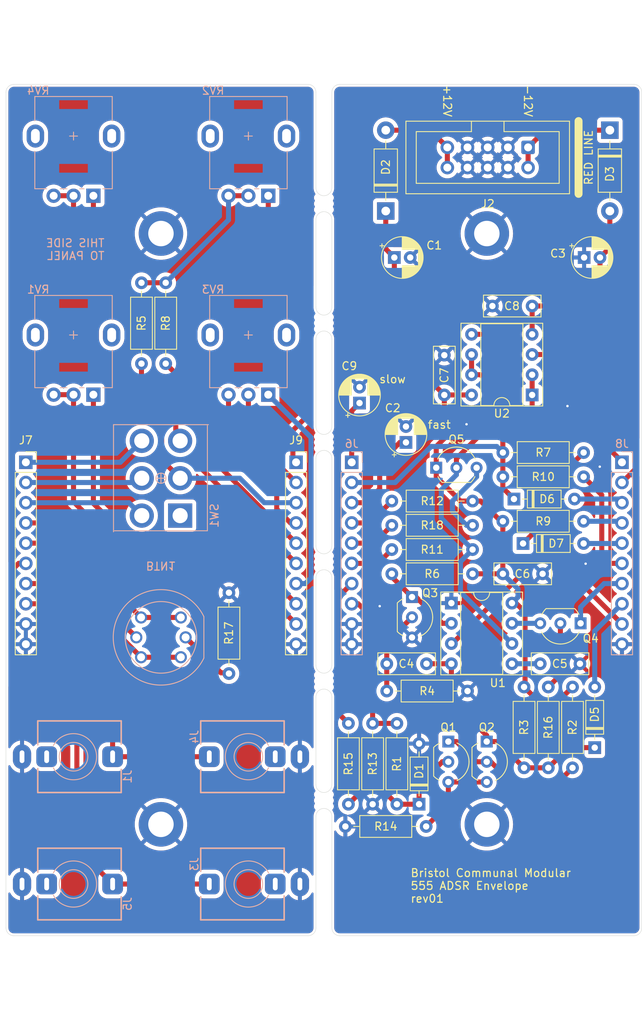
<source format=kicad_pcb>
(kicad_pcb (version 20240108) (generator "pcbnew") (generator_version "8.0")
  (title_block (title "555 ADSR Envelope") (date "2024-07-07") (rev "rev01") (company "Bristol Communal Modular") (comment 2 "creativecommons.org/licenses/by/4.0") (comment 3 "License: CC BY 4.0") (comment 4 "Author: Guy John"))
  (layers (0 "F.Cu" signal) (31 "B.Cu" signal) (36 "B.SilkS" user "B.Silkscreen") (37 "F.SilkS" user "F.Silkscreen") (38 "B.Mask" user) (39 "F.Mask" user) (44 "Edge.Cuts" user))
  (net 0 "")
  (net 1 "/TRIG_BUTTON_A_CTRL")
  (net 2 "/TRIG_BUTTON_B_MAIN")
  (net 3 "/LED_CTRL")
  (net 4 "Net-(BTN1-K)")
  (net 5 "VCC")
  (net 6 "GND")
  (net 7 "/SPEED_TOGGLE_FAST_CTRL")
  (net 8 "VEE")
  (net 9 "Net-(D5-K)")
  (net 10 "Net-(Q3-B)")
  (net 11 "Net-(U1-CV)")
  (net 12 "/SPEED_TOGGLE_SLOW_CTRL")
  (net 13 "Net-(D1-K)")
  (net 14 "Net-(D2-A)")
  (net 15 "Net-(D3-K)")
  (net 16 "/RELEASE_CCW_MAIN")
  (net 17 "/SPEED_TOGGLE_COMMON_MAIN")
  (net 18 "/ATTACK_CW_MAIN")
  (net 19 "Net-(D7-K)")
  (net 20 "/DECAY_CCW_MAIN")
  (net 21 "/TRIG_IN_CTRL")
  (net 22 "/ENV_OUT_CTRL")
  (net 23 "Net-(R5-Pad1)")
  (net 25 "/LED_MAIN")
  (net 26 "/TRIG_IN_MAIN")
  (net 27 "/TRIG_BUTTON_A_MAIN")
  (net 28 "/ENV_OUT_MAIN")
  (net 29 "/SPEED_TOGGLE_FAST_MAIN")
  (net 30 "/SPEED_TOGGLE_SLOW_MAIN")
  (net 31 "/TRIG_BUTTON_B_CTRL")
  (net 32 "/SPEED_TOGGLE_COMMON_CTRL")
  (net 33 "/ATTACK_CCW_MAIN")
  (net 34 "/DECAY_CW_MAIN")
  (net 35 "/SUSTAIN_CCW_MAIN")
  (net 36 "/SUSTAIN_TAP_MAIN")
  (net 37 "/SUSTAIN_CW_MAIN")
  (net 38 "/RELEASE_CW_MAIN")
  (net 39 "/ATTACK_CCW_CTRL")
  (net 40 "/ATTACK_CW_CTRL")
  (net 41 "/DECAY_CCW_CTRL")
  (net 42 "/DECAY_CW_CTRL")
  (net 43 "/SUSTAIN_CCW_CTRL")
  (net 44 "/SUSTAIN_TAP_CTRL")
  (net 45 "/SUSTAIN_CW_CTRL")
  (net 46 "/RELEASE_CCW_CTRL")
  (net 47 "/RELEASE_CW_CTRL")
  (net 48 "Net-(Q1-C)")
  (net 49 "Net-(Q1-E)")
  (net 50 "Net-(Q3-C)")
  (net 51 "Net-(Q4-G)")
  (net 52 "Net-(Q4-S)")
  (net 53 "Net-(Q5-B)")
  (net 54 "Net-(Q5-E)")
  (net 56 "Net-(SW1A-C)")
  (footprint "Diode_THT:D_DO-35_SOD27_P7.62mm_Horizontal" (layer "F.Cu") (at 130.556 108.204)
    (property "Reference" "D7")
    (property "Value" "1N4148")
  )
  (footprint "Capacitor_THT:C_Rect_L7.0mm_W2.5mm_P5.00mm" (layer "F.Cu") (at 131.699 78.359 180)
    (property "Reference" "C8")
    (property "Value" "100nF")
  )
  (footprint "Capacitor_THT:CP_Radial_D5.0mm_P2.00mm" (layer "F.Cu") (at 114.360888 72.263)
    (property "Reference" "C1")
    (property "Value" "10uF")
  )
  (footprint "Connector_PinSocket_2.54mm:PinSocket_1x10_P2.54mm_Vertical" (layer "F.Cu") (at 68 98)
    (property "Reference" "J7")
    (property "Value" "Conn_01x10_Socket" (hide yes))
  )
  (footprint "Rumblesan_Panelization:mouse-bite-2mm-slot" (layer "F.Cu") (at 105.5 140.5 90)
    (property "Reference" "mouse-bite-2mm-slot" (hide yes))
    (property "Value" "VAL**" (hide yes))
    (fp_arc (start -2 -1) (mid -1 0) (end -2 1) (stroke (width 0.05)) (layer "Edge.Cuts"))
    (fp_arc (start 2 1) (mid 1 0) (end 2 -1) (stroke (width 0.05)) (layer "Edge.Cuts"))
  )
  (footprint "Diode_THT:D_DO-41_SOD81_P10.16mm_Horizontal" (layer "F.Cu") (at 113.284 66.421 90)
    (property "Reference" "D2")
    (property "Value" "1N5818")
  )
  (footprint "MountingHole:MountingHole_3.2mm_M3_DIN965_Pad" (layer "F.Cu") (at 126 143.5)
    (property "Reference" "H3" (hide yes))
    (property "Value" "MountingHole_Pad" (hide yes))
  )
  (footprint "Capacitor_THT:CP_Radial_D5.0mm_P2.00mm" (layer "F.Cu") (at 138.236888 72.263)
    (property "Reference" "C3")
    (property "Value" "10uF")
  )
  (footprint "Resistor_THT:R_Axial_DIN0207_L6.3mm_D2.5mm_P10.16mm_Horizontal" (layer "F.Cu") (at 82.55 75.438 -90)
    (property "Reference" "R5")
    (property "Value" "680r")
  )
  (footprint "Connector_PinSocket_2.54mm:PinSocket_1x10_P2.54mm_Vertical" (layer "F.Cu") (at 102 98)
    (property "Reference" "J9")
    (property "Value" "Conn_01x10_Socket" (hide yes))
  )
  (footprint "Rumblesan_Panelization:mouse-bite-2mm-slot" (layer "F.Cu") (at 105.5 110.5 90)
    (property "Reference" "mouse-bite-2mm-slot" (hide yes))
    (property "Value" "VAL**" (hide yes))
    (fp_arc (start -2 -1) (mid -1 0) (end -2 1) (stroke (width 0.05)) (layer "Edge.Cuts"))
    (fp_arc (start 2 1) (mid 1 0) (end 2 -1) (stroke (width 0.05)) (layer "Edge.Cuts"))
  )
  (footprint "Capacitor_THT:C_Rect_L7.0mm_W2.5mm_P5.00mm" (layer "F.Cu") (at 120.65 84.535 -90)
    (property "Reference" "C7")
    (property "Value" "100nF")
  )
  (footprint "MountingHole:MountingHole_3.2mm_M3_DIN965_Pad" (layer "F.Cu") (at 126 69.25)
    (property "Reference" "H2" (hide yes))
    (property "Value" "MountingHole_Pad" (hide yes))
  )
  (footprint "Diode_THT:D_DO-35_SOD27_P7.62mm_Horizontal" (layer "F.Cu") (at 117.475 140.97 90)
    (property "Reference" "D1")
    (property "Value" "1N4148")
  )
  (footprint "Package_DIP:DIP-8_W7.62mm_Socket" (layer "F.Cu") (at 121.539 115.697)
    (property "Reference" "U1")
    (property "Value" "ICM7555xP")
  )
  (footprint "MountingHole:MountingHole_3.2mm_M3_DIN965_Pad" (layer "F.Cu") (at 85 69.25)
    (property "Reference" "H1" (hide yes))
    (property "Value" "MountingHole_Pad" (hide yes))
  )
  (footprint "Resistor_THT:R_Axial_DIN0207_L6.3mm_D2.5mm_P10.16mm_Horizontal" (layer "F.Cu") (at 124.206 108.966 180)
    (property "Reference" "R11")
    (property "Value" "1k")
  )
  (footprint "Rumblesan_Eurorack_Power:Eurorack_PowerHeader_2x05_P2.54mm_Shrouded" (layer "F.Cu") (at 131.191 58.42 -90)
    (property "Reference" "J2")
    (property "Value" "Eurorack Power Small")
  )
  (footprint "Package_TO_SOT_THT:TO-92_Inline_Wide" (layer "F.Cu") (at 137.795 118.237 180)
    (property "Reference" "Q4")
    (property "Value" "BS170")
  )
  (footprint "Capacitor_THT:C_Rect_L7.0mm_W2.5mm_P5.00mm" (layer "F.Cu") (at 118.411 123.317 180)
    (property "Reference" "C4")
    (property "Value" "10nF")
  )
  (footprint "Package_DIP:DIP-8_W7.62mm_Socket" (layer "F.Cu") (at 131.699 89.535 180)
    (property "Reference" "U2")
    (property "Value" "LM358")
  )
  (footprint "Resistor_THT:R_Axial_DIN0207_L6.3mm_D2.5mm_P10.16mm_Horizontal" (layer "F.Cu") (at 136.779 136.398 90)
    (property "Reference" "R2")
    (property "Value" "22k")
  )
  (footprint "Package_TO_SOT_THT:TO-92_Inline_Wide" (layer "F.Cu") (at 121.158 133.096 -90)
    (property "Reference" "Q1")
    (property "Value" "BC547")
  )
  (footprint "Resistor_THT:R_Axial_DIN0207_L6.3mm_D2.5mm_P10.16mm_Horizontal" (layer "F.Cu") (at 108.585 140.97 90)
    (property "Reference" "R15")
    (property "Value" "47k")
  )
  (footprint "Diode_THT:D_DO-35_SOD27_P7.62mm_Horizontal" (layer "F.Cu") (at 139.573 133.858 90)
    (property "Reference" "D5")
    (property "Value" "BAT41")
  )
  (footprint "Resistor_THT:R_Axial_DIN0207_L6.3mm_D2.5mm_P10.16mm_Horizontal" (layer "F.Cu") (at 114.046 112.014)
    (property "Reference" "R6")
    (property "Value" "22k")
  )
  (footprint "Resistor_THT:R_Axial_DIN0207_L6.3mm_D2.5mm_P10.16mm_Horizontal" (layer "F.Cu") (at 118.364 143.764 180)
    (property "Reference" "R14")
    (property "Value" "10r")
  )
  (footprint "Diode_THT:D_DO-35_SOD27_P7.62mm_Horizontal" (layer "F.Cu") (at 129.413 102.616)
    (property "Reference" "D6")
    (property "Value" "1N4148")
  )
  (footprint "Resistor_THT:R_Axial_DIN0207_L6.3mm_D2.5mm_P10.16mm_Horizontal" (layer "F.Cu") (at 114.046 102.87)
    (property "Reference" "R12")
    (property "Value" "10k")
  )
  (footprint "Capacitor_THT:C_Rect_L7.0mm_W2.5mm_P5.00mm" (layer "F.Cu") (at 137.715 123.317 180)
    (property "Reference" "C5")
    (property "Value" "10nF")
  )
  (footprint "Rumblesan_Panelization:mouse-bite-2mm-slot" (layer "F.Cu") (at 105.5 95.5 90)
    (property "Reference" "mouse-bite-2mm-slot" (hide yes))
    (property "Value" "VAL**" (hide yes))
    (fp_arc (start -2 -1) (mid -1 0) (end -2 1) (stroke (width 0.05)) (layer "Edge.Cuts"))
    (fp_arc (start 2 1) (mid 1 0) (end 2 -1) (stroke (width 0.05)) (layer "Edge.Cuts"))
  )
  (footprint "Diode_THT:D_DO-41_SOD81_P10.16mm_Horizontal" (layer "F.Cu") (at 141.478 56.261 -90)
    (property "Reference" "D3")
    (property "Value" "1N5818")
  )
  (footprint "Resistor_THT:R_Axial_DIN0207_L6.3mm_D2.5mm_P10.16mm_Horizontal" (layer "F.Cu") (at 111.633 140.97 90)
    (property "Reference" "R13")
    (property "Value" "1M")
  )
  (footprint "Resistor_THT:R_Axial_DIN0207_L6.3mm_D2.5mm_P10.16mm_Horizontal" (layer "F.Cu") (at 85.598 75.438 -90)
    (property "Reference" "R8")
    (property "Value" "120r")
  )
  (footprint "Package_TO_SOT_THT:TO-92_Inline_Wide" (layer "F.Cu") (at 125.984 133.096 -90)
    (property "Reference" "Q2")
    (property "Value" "BC547")
  )
  (footprint "Rumblesan_Panelization:mouse-bite-2mm-slot" (layer "F.Cu") (at 105.5 125.5 90)
    (property "Reference" "mouse-bite-2mm-slot" (hide yes))
    (property "Value" "VAL**" (hide yes))
    (fp_arc (start -2 -1) (mid -1 0) (end -2 1) (stroke (width 0.05)) (layer "Edge.Cuts"))
    (fp_arc (start 2 1) (mid 1 0) (end 2 -1) (stroke (width 0.05)) (layer "Edge.Cuts"))
  )
  (footprint "Resistor_THT:R_Axial_DIN0207_L6.3mm_D2.5mm_P10.16mm_Horizontal" (layer "F.Cu") (at 138.176 99.822 180)
    (property "Reference" "R10")
    (property "Value" "100r")
  )
  (footprint "Package_TO_SOT_THT:TO-92_Inline_Wide" (layer "F.Cu") (at 119.634 98.679)
    (property "Reference" "Q5")
    (property "Value" "BC547")
  )
  (footprint "Resistor_THT:R_Axial_DIN0207_L6.3mm_D2.5mm_P10.16mm_Horizontal" (layer "F.Cu") (at 114.681 130.81 -90)
    (property "Reference" "R1")
    (property "Value" "100k")
  )
  (footprint "Rumblesan_Panelization:mouse-bite-2mm-slot" (layer "F.Cu") (at 105.5 80.5 90)
    (property "Reference" "mouse-bite-2mm-slot" (hide yes))
    (property "Value" "VAL**" (hide yes))
    (fp_arc (start -2 -1) (mid -1 0) (end -2 1) (stroke (width 0.05)) (layer "Edge.Cuts"))
    (fp_arc (start 2 1) (mid 1 0) (end 2 -1) (stroke (width 0.05)) (layer "Edge.Cuts"))
  )
  (footprint "Resistor_THT:R_Axial_DIN0207_L6.3mm_D2.5mm_P10.16mm_Horizontal" (layer "F.Cu") (at 93.55 114.39 -90)
    (property "Reference" "R17")
    (property "Value" "47k")
  )
  (footprint "Rumblesan_Panelization:mouse-bite-2mm-slot" (layer "F.Cu") (at 105.5 65.5 90)
    (property "Reference" "mouse-bite-2mm-slot" (hide yes))
    (property "Value" "VAL**" (hide yes))
    (fp_arc (start -2 -1) (mid -1 0) (end -2 1) (stroke (width 0.05)) (layer "Edge.Cuts"))
    (fp_arc (start 2 1) (mid 1 0) (end 2 -1) (stroke (width 0.05)) (layer "Edge.Cuts"))
  )
  (footprint "Resistor_THT:R_Axial_DIN0207_L6.3mm_D2.5mm_P10.16mm_Horizontal" (layer "F.Cu") (at 123.571 126.746 180)
    (property "Reference" "R4")
    (property "Value" "22k")
  )
  (footprint "Package_TO_SOT_THT:TO-92_Inline_Wide" (layer "F.Cu") (at 116.586 114.935 -90)
    (property "Reference" "Q3")
    (property "Value" "BC547")
  )
  (footprint "Resistor_THT:R_Axial_DIN0207_L6.3mm_D2.5mm_P10.16mm_Horizontal" (layer "F.Cu") (at 133.731 126.238 -90)
    (property "Reference" "R16")
    (property "Value" "1M")
  )
  (footprint "MountingHole:MountingHole_3.2mm_M3_DIN965_Pad" (layer "F.Cu") (at 85 143.5)
    (property "Reference" "H4" (hide yes))
    (property "Value" "MountingHole_Pad" (hide yes))
  )
  (footprint "Capacitor_THT:CP_Radial_D5.0mm_P2.00mm" (layer "F.Cu") (at 109.982 90.551 90)
    (property "Reference" "C9")
    (property "Value" "10uF")
  )
  (footprint "Capacitor_THT:CP_Radial_D5.0mm_P2.00mm" (layer "F.Cu") (at 115.824 95.504 90)
    (property "Reference" "C2")
    (property "Value" "1uF")
  )
  (footprint "Resistor_THT:R_Axial_DIN0207_L6.3mm_D2.5mm_P10.16mm_Horizontal" (layer "F.Cu") (at 114.046 105.918)
    (property "Reference" "R18")
    (property "Value" "2k2")
  )
  (footprint "Capacitor_THT:C_Rect_L7.0mm_W2.5mm_P5.00mm" (layer "F.Cu") (at 133.016 112.014 180)
    (property "Reference" "C6")
    (property "Value" "100nF")
  )
  (footprint "Resistor_THT:R_Axial_DIN0207_L6.3mm_D2.5mm_P10.16mm_Horizontal" (layer "F.Cu") (at 128.016 96.774)
    (property "Reference" "R7")
    (property "Value" "100r")
  )
  (footprint "Resistor_THT:R_Axial_DIN0207_L6.3mm_D2.5mm_P10.16mm_Horizontal" (layer "F.Cu") (at 130.683 136.398 90)
    (property "Reference" "R3")
    (property "Value" "22k")
  )
  (footprint "Resistor_THT:R_Axial_DIN0207_L6.3mm_D2.5mm_P10.16mm_Horizontal" (layer "F.Cu") (at 138.176 105.41 180)
    (property "Reference" "R9")
    (property "Value" "4k7")
  )
  (footprint "Rumblesan_Audio_Connectors:Jack_3.5mm_QingPu_WQP-PJ398SM_Vertical" (layer "B.Cu") (at 96 151 -90)
    (property "Reference" "J3")
    (property "Value" "Eurorack Mono Jack" (hide yes))
  )
  (footprint "555-adsr:SW_DPDT_DailyWell_MiniToggle" (layer "B.Cu") (at 85 100 90)
    (property "Reference" "SW1")
    (property "Value" "SW_DPDT_x2")
  )
  (footprint "Rumblesan_Potentiometer_THT:Potentiometer_Alpha_RD901F-40-00D_Single_Vertical" (layer "B.Cu") (at 96 82 180)
    (property "Reference" "RV3")
    (property "Value" "10k" (hide yes))
  )
  (footprint "Rumblesan_Audio_Connectors:Jack_3.5mm_QingPu_WQP-PJ398SM_Vertical" (layer "B.Cu") (at 74 151 90)
    (property "Reference" "J5")
    (property "Value" "Eurorack Mono Jack" (hide yes))
  )
  (footprint "Connector_PinHeader_2.54mm:PinHeader_1x10_P2.54mm_Vertical" (layer "B.Cu") (at 109 98 180)
    (property "Reference" "J6")
    (property "Value" "Conn_01x10_Pin" (hide yes))
  )
  (footprint "Rumblesan_Standard_Parts:KS01-BLV" (layer "B.Cu") (at 85 120)
    (property "Reference" "BTN1")
    (property "Value" "KS01-BLV")
  )
  (footprint "Rumblesan_Potentiometer_THT:Potentiometer_Alpha_RD901F-40-00D_Single_Vertical" (layer "B.Cu") (at 74 57 180)
    (property "Reference" "RV4")
    (property "Value" "1MA" (hide yes))
  )
  (footprint "Rumblesan_Potentiometer_THT:Potentiometer_Alpha_RD901F-40-00D_Single_Vertical" (layer "B.Cu") (at 96 57 180)
    (property "Reference" "RV2")
    (property "Value" "1MA" (hide yes))
  )
  (footprint "Rumblesan_Potentiometer_THT:Potentiometer_Alpha_RD901F-40-00D_Single_Vertical" (layer "B.Cu") (at 74 82 180)
    (property "Reference" "RV1")
    (property "Value" "1MA" (hide yes))
  )
  (footprint "Connector_PinHeader_2.54mm:PinHeader_1x10_P2.54mm_Vertical" (layer "B.Cu") (at 143 98 180)
    (property "Reference" "J8")
    (property "Value" "Conn_01x10_Pin" (hide yes))
  )
  (footprint "Rumblesan_Audio_Connectors:Jack_3.5mm_QingPu_WQP-PJ398SM_Vertical" (layer "B.Cu") (at 96 135 -90)
    (property "Reference" "J4")
    (property "Value" "Eurorack Mono Jack" (hide yes))
  )
  (footprint "Rumblesan_Audio_Connectors:Jack_3.5mm_QingPu_WQP-PJ398SM_Vertical" (layer "B.Cu") (at 74 135 90)
    (property "Reference" "J1")
    (property "Value" "Eurorack Mono Jack" (hide yes))
  )
  (gr_line (start 106.5 123.5) (end 106.5 112.5) (stroke (width 0.05)) (layer "Edge.Cuts"))
  (gr_line (start 106.5 51.5) (end 106.5 63.5) (stroke (width 0.05)) (layer "Edge.Cuts"))
  (gr_arc (start 65.5 51.5) (mid 65.792893 50.792893) (end 66.5 50.5) (stroke (width 0.05)) (layer "Edge.Cuts"))
  (gr_line (start 145.5 156.5) (end 145.5 51.5) (stroke (width 0.05)) (layer "Edge.Cuts"))
  (gr_line (start 106.5 142.5) (end 106.5 156.5) (stroke (width 0.05)) (layer "Edge.Cuts"))
  (gr_arc (start 103.5 50.5) (mid 104.207107 50.792893) (end 104.5 51.5) (stroke (width 0.05)) (layer "Edge.Cuts"))
  (gr_line (start 106.5 82.5) (end 106.5 93.5) (stroke (width 0.05)) (layer "Edge.Cuts"))
  (gr_arc (start 106.5 51.5) (mid 106.792893 50.792893) (end 107.5 50.5) (stroke (width 0.05)) (layer "Edge.Cuts"))
  (gr_line (start 144.5 50.5) (end 107.5 50.5) (stroke (width 0.05)) (layer "Edge.Cuts"))
  (gr_line (start 104.5 51.5) (end 104.5 63.5) (stroke (width 0.05)) (layer "Edge.Cuts"))
  (gr_line (start 104.5 67.5) (end 104.5 78.5) (stroke (width 0.05)) (layer "Edge.Cuts"))
  (gr_line (start 106.5 127.5) (end 106.5 138.5) (stroke (width 0.05)) (layer "Edge.Cuts"))
  (gr_line (start 104.5 142.5) (end 104.5 156.5) (stroke (width 0.05)) (layer "Edge.Cuts"))
  (gr_line (start 104.5 127.5) (end 104.5 138.5) (stroke (width 0.05)) (layer "Edge.Cuts"))
  (gr_line (start 104.5 112.5) (end 104.5 123.5) (stroke (width 0.05)) (layer "Edge.Cuts"))
  (gr_line (start 104.5 97.5) (end 104.5 108.5) (stroke (width 0.05)) (layer "Edge.Cuts"))
  (gr_line (start 107.5 157.5) (end 144.5 157.5) (stroke (width 0.05)) (layer "Edge.Cuts"))
  (gr_line (start 103.5 50.5) (end 66.5 50.5) (stroke (width 0.05)) (layer "Edge.Cuts"))
  (gr_line (start 66.5 157.5) (end 103.5 157.5) (stroke (width 0.05)) (layer "Edge.Cuts"))
  (gr_arc (start 144.5 50.5) (mid 145.207107 50.792893) (end 145.5 51.5) (stroke (width 0.05)) (layer "Edge.Cuts"))
  (gr_arc (start 104.5 156.5) (mid 104.207107 157.207107) (end 103.5 157.5) (stroke (width 0.05)) (layer "Edge.Cuts"))
  (gr_line (start 106.5 97.5) (end 106.5 108.5) (stroke (width 0.05)) (layer "Edge.Cuts"))
  (gr_line (start 106.5 67.5) (end 106.5 78.5) (stroke (width 0.05)) (layer "Edge.Cuts"))
  (gr_line (start 104.5 82.5) (end 104.5 93.5) (stroke (width 0.05)) (layer "Edge.Cuts"))
  (gr_arc (start 145.5 156.5) (mid 145.207107 157.207107) (end 144.5 157.5) (stroke (width 0.05)) (layer "Edge.Cuts"))
  (gr_arc (start 66.5 157.5) (mid 65.792893 157.207107) (end 65.5 156.5) (stroke (width 0.05)) (layer "Edge.Cuts"))
  (gr_arc (start 107.5 157.5) (mid 106.792893 157.207107) (end 106.5 156.5) (stroke (width 0.05)) (layer "Edge.Cuts"))
  (gr_line (start 65.5 51.5) (end 65.5 156.5) (stroke (width 0.05)) (layer "Edge.Cuts"))
  (gr_text "THIS SIDE\nTO PANEL" (at 77.978 72.644 0) (layer "B.SilkS") (effects (font (size 1 1)) (justify left bottom mirror)))
  (gr_text "Bristol Communal Modular\n555 ADSR Envelope\nrev01" (at 116.332 153.416 0) (layer "F.SilkS") (effects (font (size 1 1)) (justify left bottom)))
  (gr_text "slow" (at 112.395 88.138 0) (layer "F.SilkS") (effects (font (size 1 1)) (justify left bottom)))
  (gr_text "fast" (at 118.491 93.853 0) (layer "F.SilkS") (effects (font (size 1 1)) (justify left bottom)))
  (segment (start 68 105.62) (end 70.62 105.62) (width 0.635) (layer "F.Cu") (net 1))
  (segment (start 82.5 117.5) (end 87.5 117.5) (width 0.635) (layer "F.Cu") (net 1))
  (segment (start 70.62 105.62) (end 82.5 117.5) (width 0.635) (layer "F.Cu") (net 1))
  (segment (start 107.315 114.925) (end 107.315 129.54) (width 0.635) (layer "F.Cu") (net 2))
  (segment (start 107.315 129.54) (end 108.585 130.81) (width 0.635) (layer "F.Cu") (net 2))
  (segment (start 109 113.24) (end 107.315 114.925) (width 0.635) (layer "F.Cu") (net 2))
  (segment (start 70.06 108.16) (end 81.9 120) (width 0.635) (layer "F.Cu") (net 3))
  (segment (start 68 108.16) (end 70.06 108.16) (width 0.635) (layer "F.Cu") (net 3))
  (segment (start 88.1 120) (end 92.56 124.46) (width 0.635) (layer "F.Cu") (net 4))
  (segment (start 92.56 124.46) (end 93.599 124.46) (width 0.635) (layer "F.Cu") (net 4))
  (segment (start 119.634 99.822) (end 119.634 98.679) (width 0.635) (layer "F.Cu") (net 5))
  (segment (start 125.222 102.87) (end 127.762 105.41) (width 0.635) (layer "F.Cu") (net 5))
  (segment (start 128.016 112.014) (end 124.206 112.014) (width 0.635) (layer "F.Cu") (net 5))
  (segment (start 129.159 115.697) (end 129.667 115.697) (width 0.635) (layer "F.Cu") (net 5))
  (segment (start 113.284 71.186112) (end 114.360888 72.263) (width 0.635) (layer "F.Cu") (net 5))
  (segment (start 128.016 105.41) (end 128.016 112.014) (width 0.635) (layer "F.Cu") (net 5))
  (segment (start 120.65 89.535) (end 124.079 89.535) (width 0.635) (layer "F.Cu") (net 5))
  (segment (start 113.284 66.421) (end 113.284 71.186112) (width 0.635) (layer "F.Cu") (net 5))
  (segment (start 119.634 96.012) (end 119.634 98.679) (width 0.635) (layer "F.Cu") (net 5))
  (segment (start 122.682 102.87) (end 119.634 99.822) (width 0.635) (layer "F.Cu") (net 5))
  (segment (start 120.65 94.996) (end 119.634 96.012) (width 0.635) (layer "F.Cu") (net 5))
  (segment (start 114.360888 72.263) (end 114.360888 83.245888) (width 0.635) (layer "F.Cu") (net 5))
  (segment (start 130.683 126.238) (end 132.969 128.524) (width 0.635) (layer "F.Cu") (net 5))
  (segment (start 129.667 115.697) (end 130.81 116.84) (width 0.635) (layer "F.Cu") (net 5))
  (segment (start 132.969 128.524) (end 134.493 128.524) (width 0.635) (layer "F.Cu") (net 5))
  (segment (start 114.360888 83.245888) (end 120.65 89.535) (width 0.635) (layer "F.Cu") (net 5))
  (segment (start 134.493 128.524) (end 136.779 126.238) (width 0.635) (layer "F.Cu") (net 5))
  (segment (start 130.81 116.84) (end 130.81 126.111) (width 0.635) (layer "F.Cu") (net 5))
  (segment (start 124.206 102.87) (end 125.222 102.87) (width 0.635) (layer "F.Cu") (net 5))
  (segment (start 130.81 126.111) (end 130.683 126.238) (width 0.635) (layer "F.Cu") (net 5))
  (segment (start 120.65 89.535) (end 120.65 94.996) (width 0.635) (layer "F.Cu") (net 5))
  (segment (start 124.206 102.87) (end 122.682 102.87) (width 0.635) (layer "F.Cu") (net 5))
  (segment (start 127.762 105.41) (end 128.016 105.41) (width 0.635) (layer "F.Cu") (net 5))
  (segment (start 128.016 112.014) (end 129.921 113.919) (width 0.635) (layer "B.Cu") (net 5))
  (segment (start 129.921 113.919) (end 129.921 114.935) (width 0.635) (layer "B.Cu") (net 5))
  (segment (start 129.921 114.935) (end 129.159 115.697) (width 0.635) (layer "B.Cu") (net 5))
  (via (at 112.522 116.078) (size 0.762) (drill 0.3048) (layers "F.Cu" "B.Cu") (net 6))
  (via (at 136.144 90.932) (size 0.762) (drill 0.3048) (layers "F.Cu" "B.Cu") (net 6))
  (via (at 138.43 110.744) (size 0.762) (drill 0.3048) (layers "F.Cu" "B.Cu") (net 6))
  (via (at 123.444 93.218) (size 0.762) (drill 0.3048) (layers "F.Cu" "B.Cu") (net 6))
  (via (at 140.208 98.552) (size 0.762) (drill 0.3048) (layers "F.Cu" "B.Cu") (net 6))
  (segment (start 80.968 103.08) (end 82.587 104.699) (width 0.635) (layer "B.Cu") (net 7))
  (segment (start 68 103.08) (end 80.968 103.08) (width 0.635) (layer "B.Cu") (net 7))
  (segment (start 131.699 78.359) (end 131.699 81.915) (width 0.635) (layer "F.Cu") (net 8))
  (segment (start 140.236888 72.263) (end 140.236888 73.39437) (width 0.635) (layer "F.Cu") (net 8))
  (segment (start 141.478 71.021888) (end 140.236888 72.263) (width 0.635) (layer "F.Cu") (net 8))
  (segment (start 141.478 66.421) (end 141.478 71.021888) (width 0.635) (layer "F.Cu") (net 8))
  (segment (start 135.272258 78.359) (end 131.699 78.359) (width 0.635) (layer "F.Cu") (net 8))
  (segment (start 140.236888 73.39437) (end 135.272258 78.359) (width 0.635) (layer "F.Cu") (net 8))
  (segment (start 125.984 133.096) (end 127.381 133.096) (width 0.635) (layer "F.Cu") (net 9))
  (segment (start 133.731 136.398) (end 136.271 133.858) (width 0.635) (layer "F.Cu") (net 9))
  (segment (start 127.381 133.096) (end 130.683 136.398) (width 0.635) (layer "F.Cu") (net 9))
  (segment (start 121.539 127.889) (end 125.984 132.334) (width 0.635) (layer "F.Cu") (net 9))
  (segment (start 121.539 123.317) (end 121.539 127.889) (width 0.635) (layer "F.Cu") (net 9))
  (segment (start 130.683 136.398) (end 133.731 136.398) (width 0.635) (layer "F.Cu") (net 9))
  (segment (start 121.539 123.317) (end 118.411 123.317) (width 0.635) (layer "F.Cu") (net 9))
  (segment (start 136.271 133.858) (end 139.573 133.858) (width 0.635) (layer "F.Cu") (net 9))
  (segment (start 125.984 132.334) (end 125.984 133.096) (width 0.635) (layer "F.Cu") (net 9))
  (segment (start 113.411 120.65) (end 116.586 117.475) (width 0.635) (layer "F.Cu") (net 10))
  (segment (start 113.411 123.317) (end 113.411 120.65) (width 0.635) (layer "F.Cu") (net 10))
  (segment (start 113.411 126.746) (end 113.411 123.317) (width 0.635) (layer "F.Cu") (net 10))
  (segment (start 129.159 123.317) (end 132.715 123.317) (width 0.635) (layer "B.Cu") (net 11))
  (segment (start 79.888 98) (end 82.587 95.301) (width 0.635) (layer "B.Cu") (net 12))
  (segment (start 68 98) (end 79.888 98) (width 0.635) (layer "B.Cu") (net 12))
  (segment (start 120.396 135.636) (end 121.158 135.636) (width 0.635) (layer "F.Cu") (net 13))
  (segment (start 110.744 138.811) (end 112.522 138.811) (width 0.635) (layer "F.Cu") (net 13))
  (segment (start 117.475 140.97) (end 117.475 138.557) (width 0.635) (layer "F.Cu") (net 13))
  (segment (start 112.522 138.811) (end 114.681 140.97) (width 0.635) (layer "F.Cu") (net 13))
  (segment (start 114.681 140.97) (end 117.475 140.97) (width 0.635) (layer "F.Cu") (net 13))
  (segment (start 117.475 138.557) (end 120.396 135.636) (width 0.635) (layer "F.Cu") (net 13))
  (segment (start 108.585 140.97) (end 110.744 138.811) (width 0.635) (layer "F.Cu") (net 13))
  (segment (start 118.872 56.261) (end 121.031 58.42) (width 0.635) (layer "F.Cu") (net 14))
  (segment (start 121.031 58.42) (end 121.031 60.96) (width 0.635) (layer "F.Cu") (net 14))
  (segment (start 113.284 56.261) (end 118.872 56.261) (width 0.635) (layer "F.Cu") (net 14))
  (segment (start 131.191 58.42) (end 131.191 60.96) (width 0.635) (layer "F.Cu") (net 15))
  (segment (start 131.191 58.42) (end 133.35 56.261) (width 0.635) (layer "F.Cu") (net 15))
  (segment (start 133.35 56.261) (end 141.478 56.261) (width 0.635) (layer "F.Cu") (net 15))
  (segment (start 139.573 119.207) (end 143 115.78) (width 0.635) (layer "B.Cu") (net 16))
  (segment (start 139.573 126.238) (end 139.573 119.207) (width 0.635) (layer "B.Cu") (net 16))
  (segment (start 128.016 101.219) (end 129.413 102.616) (width 0.635) (layer "F.Cu") (net 17))
  (segment (start 124.079 81.915) (end 125.857 81.915) (width 0.635) (layer "F.Cu") (net 17))
  (segment (start 128.016 84.074) (end 128.016 96.774) (width 0.635) (layer "F.Cu") (net 17))
  (segment (start 125.857 81.915) (end 128.016 84.074) (width 0.635) (layer "F.Cu") (net 17))
  (segment (start 128.016 96.774) (end 128.016 99.822) (width 0.635) (layer "F.Cu") (net 17))
  (segment (start 128.016 99.822) (end 128.016 101.219) (width 0.635) (layer "F.Cu") (net 17))
  (segment (start 109 100.54) (end 114.471 100.54) (width 0.635) (layer "B.Cu") (net 17))
  (segment (start 118.999 96.012) (end 127.254 96.012) (width 0.635) (layer "B.Cu") (net 17))
  (segment (start 127.254 96.012) (end 128.016 96.774) (width 0.635) (layer "B.Cu") (net 17))
  (segment (start 114.471 100.54) (end 118.999 96.012) (width 0.635) (layer "B.Cu") (net 17))
  (segment (start 142.536 102.616) (end 143 103.08) (width 0.635) (layer "B.Cu") (net 18))
  (segment (start 137.033 102.616) (end 142.536 102.616) (width 0.635) (layer "B.Cu") (net 18))
  (segment (start 131.699 107.061) (end 130.556 108.204) (width 0.635) (layer "F.Cu") (net 19))
  (segment (start 131.699 89.535) (end 131.699 107.061) (width 0.635) (layer "F.Cu") (net 19))
  (segment (start 131.699 86.995) (end 131.699 89.535) (width 0.635) (layer "F.Cu") (net 19))
  (segment (start 138.176 108.204) (end 142.956 108.204) (width 0.635) (layer "B.Cu") (net 20))
  (segment (start 142.956 108.204) (end 143 108.16) (width 0.635) (layer "B.Cu") (net 20))
  (segment (start 78.92 135) (end 91.08 135) (width 0.635) (layer "F.Cu") (net 21))
  (segment (start 78.92 125.148) (end 78.92 135) (width 0.635) (layer "F.Cu") (net 21))
  (segment (start 69.552 115.78) (end 78.92 125.148) (width 0.635) (layer "F.Cu") (net 21))
  (segment (start 68 115.78) (end 69.552 115.78) (width 0.635) (layer "F.Cu") (net 21))
  (segment (start 74.422 146.502) (end 78.92 151) (width 0.635) (layer "F.Cu") (net 22))
  (segment (start 66.294 111.506) (end 66.294 125.222) (width 0.635) (layer "F.Cu") (net 22))
  (segment (start 68 110.7) (end 67.1 110.7) (width 0.635) (layer "F.Cu") (net 22))
  (segment (start 66.294 125.222) (end 74.422 133.35) (width 0.635) (layer "F.Cu") (net 22))
  (segment (start 78.92 151) (end 91.08 151) (width 0.635) (layer "F.Cu") (net 22))
  (segment (start 74.422 133.35) (end 74.422 146.502) (width 0.635) (layer "F.Cu") (net 22))
  (segment (start 67.1 110.7) (end 66.294 111.506) (width 0.635) (layer "F.Cu") (net 22))
  (segment (start 96 64.5) (end 93.5 64.5) (width 0.635) (layer "F.Cu") (net 23))
  (segment (start 85.598 75.438) (end 82.55 75.438) (width 0.635) (layer "F.Cu") (net 23))
  (segment (start 93.5 67.536) (end 85.598 75.438) (width 0.635) (layer "B.Cu") (net 23))
  (segment (start 93.5 64.5) (end 93.5 67.536) (width 0.635) (layer "B.Cu") (net 23))
  (segment (start 109 108.16) (end 111.804 108.16) (width 0.635) (layer "F.Cu") (net 25))
  (segment (start 111.804 108.16) (end 114.046 105.918) (width 0.635) (layer "F.Cu") (net 25))
  (segment (start 109 115.78) (end 109.811 115.78) (width 0.635) (layer "F.Cu") (net 26))
  (segment (start 111.633 117.602) (end 111.633 130.81) (width 0.635) (layer "F.Cu") (net 26))
  (segment (start 111.633 130.81) (end 114.681 130.81) (width 0.635) (layer "F.Cu") (net 26))
  (segment (start 109.811 115.78) (end 111.633 117.602) (width 0.635) (layer "F.Cu") (net 26))
  (segment (start 111.296 105.62) (end 114.046 102.87) (width 0.635) (layer "F.Cu") (net 27))
  (segment (start 109 105.62) (end 111.296 105.62) (width 0.635) (layer "F.Cu") (net 27))
  (segment (start 112.312 110.7) (end 114.046 108.966) (width 0.635) (layer "F.Cu") (net 28))
  (segment (start 109 110.7) (end 112.312 110.7) (width 0.635) (layer "F.Cu") (net 28))
  (segment (start 115.062 95.504) (end 115.824 95.504) (width 0.635) (layer "F.Cu") (net 29))
  (segment (start 109 103.08) (end 110.788 103.08) (width 0.635) (layer "F.Cu") (net 29))
  (segment (start 112.522 98.044) (end 115.062 95.504) (width 0.635) (layer "F.Cu") (net 29))
  (segment (start 112.522 101.346) (end 112.522 98.044) (width 0.635) (layer "F.Cu") (net 29))
  (segment (start 110.788 103.08) (end 112.522 101.346) (width 0.635) (layer "F.Cu") (net 29))
  (segment (start 109 98) (end 109 91.533) (width 0.635) (layer "F.Cu") (net 30))
  (segment (start 109 91.533) (end 109.982 90.551) (width 0.635) (layer "F.Cu") (net 30))
  (segment (start 82.5 122.5) (end 87.5 122.5) (width 0.635) (layer "F.Cu") (net 31))
  (segment (start 73.24 113.24) (end 82.5 122.5) (width 0.635) (layer "F.Cu") (net 31))
  (segment (start 68 113.24) (end 73.24 113.24) (width 0.635) (layer "F.Cu") (net 31))
  (segment (start 82.047 100.54) (end 82.587 100) (width 0.635) (layer "B.Cu") (net 32))
  (segment (start 68 100.54) (end 82.047 100.54) (width 0.635) (layer "B.Cu") (net 32))
  (segment (start 121.666 120.777) (end 133.223 109.22) (width 0.635) (layer "F.Cu") (net 33))
  (segment (start 133.223 96.393) (end 135.636 93.98) (width 0.635) (layer "F.Cu") (net 33))
  (segment (start 143 97.915) (end 143 98) (width 0.635) (layer "F.Cu") (net 33))
  (segment (start 121.539 120.777) (end 121.666 120.777) (width 0.635) (layer "F.Cu") (net 33))
  (segment (start 135.636 93.98) (end 139.065 93.98) (width 0.635) (layer "F.Cu") (net 33))
  (segment (start 139.065 93.98) (end 143 97.915) (width 0.635) (layer "F.Cu") (net 33))
  (segment (start 133.223 109.22) (end 133.223 96.393) (width 0.635) (layer "F.Cu") (net 33))
  (segment (start 138.176 99.822) (end 140.462 102.108) (width 0.635) (layer "F.Cu") (net 34))
  (segment (start 143 110.7) (end 141.561 110.7) (width 0.635) (layer "F.Cu") (net 34))
  (segment (start 140.462 102.108) (end 140.462 109.601) (width 0.635) (layer "F.Cu") (net 34))
  (segment (start 141.561 110.7) (end 140.462 109.601) (width 0.635) (layer "F.Cu") (net 34))
  (segment (start 137.795 116.205) (end 140.76 113.24) (width 0.635) (layer "B.Cu") (net 35))
  (segment (start 137.795 118.237) (end 137.795 116.205) (width 0.635) (layer "B.Cu") (net 35))
  (segment (start 140.76 113.24) (end 143 113.24) (width 0.635) (layer "B.Cu") (net 35))
  (segment (start 144.653 95.885) (end 144.653 98.887) (width 0.635) (layer "F.Cu") (net 36))
  (segment (start 133.223 84.455) (end 144.653 95.885) (width 0.635) (layer "F.Cu") (net 36))
  (segment (start 131.699 84.455) (end 133.223 84.455) (width 0.635) (layer "F.Cu") (net 36))
  (segment (start 144.653 98.887) (end 143 100.54) (width 0.635) (layer "F.Cu") (net 36))
  (segment (start 138.176 105.41) (end 142.79 105.41) (width 0.635) (layer "B.Cu") (net 37))
  (segment (start 142.79 105.41) (end 143 105.62) (width 0.635) (layer "B.Cu") (net 37))
  (segment (start 138.176 96.774) (end 135.255 99.695) (width 0.635) (layer "F.Cu") (net 38))
  (segment (start 135.255 99.695) (end 135.255 110.575) (width 0.635) (layer "F.Cu") (net 38))
  (segment (start 135.255 110.575) (end 143 118.32) (width 0.635) (layer "F.Cu") (net 38))
  (segment (start 98.5 71.576) (end 103.632 76.708) (width 0.635) (layer "F.Cu") (net 39))
  (segment (start 98.5 64.5) (end 98.5 71.576) (width 0.635) (layer "F.Cu") (net 39))
  (segment (start 103.632 76.708) (end 103.632 91.948) (width 0.635) (layer "F.Cu") (net 39))
  (segment (start 101.6 97.6) (end 102 98) (width 0.635) (layer "F.Cu") (net 39))
  (segment (start 101.6 93.98) (end 101.6 97.6) (width 0.635) (layer "F.Cu") (net 39))
  (segment (start 103.632 91.948) (end 101.6 93.98) (width 0.635) (layer "F.Cu") (net 39))
  (segment (start 82.55 85.598) (end 82.55 91.695236) (width 0.635) (layer "F.Cu") (net 40))
  (segment (start 85.09 97.677) (end 87.413 100) (width 0.635) (layer "F.Cu") (net 40))
  (segment (start 82.55 91.695236) (end 85.09 94.235236) (width 0.635) (layer "F.Cu") (net 40))
  (segment (start 85.09 94.235236) (end 85.09 97.677) (width 0.635) (layer "F.Cu") (net 40))
  (segment (start 94.92 100) (end 98 103.08) (width 0.635) (layer "B.Cu") (net 40))
  (segment (start 98 103.08) (end 102 103.08) (width 0.635) (layer "B.Cu") (net 40))
  (segment (start 87.413 100) (end 94.92 100) (width 0.635) (layer "B.Cu") (net 40))
  (segment (start 76.5 64.5) (end 76.5 71.928) (width 0.635) (layer "F.Cu") (net 41))
  (segment (start 76.5 71.928) (end 91.694 87.122) (width 0.635) (layer "F.Cu") (net 41))
  (segment (start 91.694 97.854) (end 102 108.16) (width 0.635) (layer "F.Cu") (net 41))
  (segment (start 91.694 87.122) (end 91.694 97.854) (width 0.635) (layer "F.Cu") (net 41))
  (segment (start 74 70.698) (end 89.916 86.614) (width 0.635) (layer "F.Cu") (net 42))
  (segment (start 74 64.5) (end 74 70.698) (width 0.635) (layer "F.Cu") (net 42))
  (segment (start 74 64.5) (end 71.5 64.5) (width 0.635) (layer "F.Cu") (net 42))
  (segment (start 89.916 86.614) (end 89.916 98.616) (width 0.635) (layer "F.Cu") (net 42))
  (segment (start 89.916 98.616) (end 102 110.7) (width 0.635) (layer "F.Cu") (net 42))
  (segment (start 103.168 113.24) (end 102 113.24) (width 0.635) (layer "B.Cu") (net 43))
  (segment (start 98.5 89.5) (end 103.8777 94.8777) (width 0.635) (layer "B.Cu") (net 43))
  (segment (start 103.8777 112.5303) (end 103.168 113.24) (width 0.635) (layer "B.Cu") (net 43))
  (segment (start 103.8777 94.8777) (end 103.8777 112.5303) (width 0.635) (layer "B.Cu") (net 43))
  (segment (start 96 89.5) (end 96 94.54) (width 0.635) (layer "F.Cu") (net 44))
  (segment (start 96 94.54) (end 102 100.54) (width 0.635) (layer "F.Cu") (net 44))
  (segment (start 93.5 89.5) (end 93.5 94.262) (width 0.635) (layer "F.Cu") (net 45))
  (segment (start 93.5 94.262) (end 99.568 100.33) (width 0.635) (layer "F.Cu") (net 45))
  (segment (start 99.568 100.33) (end 99.568 103.886) (width 0.635) (layer "F.Cu") (net 45))
  (segment (start 101.302 105.62) (end 102 105.62) (width 0.635) (layer "F.Cu") (net 45))
  (segment (start 99.568 103.886) (end 101.302 105.62) (width 0.635) (layer "F.Cu") (net 45))
  (segment (start 76.5 103.17) (end 83.566 110.236) (width 0.635) (layer "F.Cu") (net 46))
  (segment (start 83.566 110.236) (end 96.456 110.236) (width 0.635) (layer "F.Cu") (net 46))
  (segment (start 76.5 89.5) (end 76.5 103.17) (width 0.635) (layer "F.Cu") (net 46))
  (segment (start 96.456 110.236) (end 102 115.78) (width 0.635) (layer "F.Cu") (net 46))
  (segment (start 95.694 112.014) (end 102 118.32) (width 0.635) (layer "F.Cu") (net 47))
  (segment (start 71.5 89.5) (end 74 89.5) (width 0.635) (layer "F.Cu") (net 47))
  (segment (start 83.058 112.014) (end 95.694 112.014) (width 0.635) (layer "F.Cu") (net 47))
  (segment (start 74 89.5) (end 74 102.956) (width 0.635) (layer "F.Cu") (net 47))
  (segment (start 74 102.956) (end 83.058 112.014) (width 0.635) (layer "F.Cu") (net 47))
  (segment (start 124.714 135.636) (end 125.984 135.636) (width 0.635) (layer "F.Cu") (net 48))
  (segment (start 121.158 133.096) (end 122.174 133.096) (width 0.635) (layer "F.Cu") (net 48))
  (segment (start 125.984 135.636) (end 126.492 135.636) (width 0.635) (layer "F.Cu") (net 48))
  (segment (start 126.492 135.636) (end 129.54 138.684) (width 0.635) (layer "F.Cu") (net 48))
  (segment (start 122.174 133.096) (end 124.714 135.636) (width 0.635) (layer "F.Cu") (net 48))
  (segment (start 129.54 138.684) (end 134.493 138.684) (width 0.635) (layer "F.Cu") (net 48))
  (segment (start 134.493 138.684) (end 136.779 136.398) (width 0.635) (layer "F.Cu") (net 48))
  (segment (start 121.158 140.97) (end 121.158 138.176) (width 0.635) (layer "F.Cu") (net 49))
  (segment (start 118.364 143.764) (end 121.158 140.97) (width 0.635) (layer "F.Cu") (net 49))
  (segment (start 121.158 138.176) (end 125.984 138.176) (width 0.635) (layer "F.Cu") (net 49))
  (segment (start 114.046 112.395) (end 116.586 114.935) (width 0.635) (layer "F.Cu") (net 50))
  (segment (start 117.094 114.935) (end 120.396 118.237) (width 0.635) (layer "F.Cu") (net 50))
  (segment (start 116.586 114.935) (end 117.094 114.935) (width 0.635) (layer "F.Cu") (net 50))
  (segment (start 120.396 118.237) (end 121.539 118.237) (width 0.635) (layer "F.Cu") (net 50))
  (segment (start 114.046 112.014) (end 114.046 112.395) (width 0.635) (layer "F.Cu") (net 50))
  (segment (start 133.731 126.238) (end 135.255 124.714) (width 0.635) (layer "F.Cu") (net 51))
  (segment (start 135.255 124.714) (end 135.255 118.237) (width 0.635) (layer "F.Cu") (net 51))
  (segment (start 129.159 118.237) (end 132.715 118.237) (width 0.635) (layer "B.Cu") (net 52))
  (segment (start 125.222 86.995) (end 126.111 87.884) (width 0.635) (layer "F.Cu") (net 53))
  (segment (start 124.079 86.995) (end 125.222 86.995) (width 0.635) (layer "F.Cu") (net 53))
  (segment (start 126.111 87.884) (end 126.111 93.599) (width 0.635) (layer "F.Cu") (net 53))
  (segment (start 124.079 84.455) (end 124.079 86.995) (width 0.635) (layer "F.Cu") (net 53))
  (segment (start 126.111 93.599) (end 122.174 97.536) (width 0.635) (layer "F.Cu") (net 53))
  (segment (start 122.174 97.536) (end 122.174 98.679) (width 0.635) (layer "F.Cu") (net 53))
  (segment (start 124.206 108.966) (end 122.682 110.49) (width 0.635) (layer "B.Cu") (net 53))
  (segment (start 122.682 114.3) (end 129.159 120.777) (width 0.635) (layer "B.Cu") (net 53))
  (segment (start 122.682 110.49) (end 122.682 114.3) (width 0.635) (layer "B.Cu") (net 53))
  (segment (start 122.174 98.679) (end 122.174 99.568) (width 0.635) (layer "B.Cu") (net 53))
  (segment (start 120.269 101.473) (end 120.269 105.029) (width 0.635) (layer "B.Cu") (net 53))
  (segment (start 122.174 99.568) (end 120.269 101.473) (width 0.635) (layer "B.Cu") (net 53))
  (segment (start 120.269 105.029) (end 124.206 108.966) (width 0.635) (layer "B.Cu") (net 53))
  (segment (start 124.714 99.822) (end 121.666 102.87) (width 0.635) (layer "B.Cu") (net 54))
  (segment (start 124.714 98.679) (end 124.714 99.822) (width 0.635) (layer "B.Cu") (net 54))
  (segment (start 121.666 104.14) (end 123.444 105.918) (width 0.635) (layer "B.Cu") (net 54))
  (segment (start 121.666 102.87) (end 121.666 104.14) (width 0.635) (layer "B.Cu") (net 54))
  (segment (start 123.444 105.918) (end 124.206 105.918) (width 0.635) (layer "B.Cu") (net 54))
  (segment (start 86.868 94.756) (end 87.413 95.301) (width 0.635) (layer "F.Cu") (net 56))
  (segment (start 86.868 86.868) (end 86.868 94.756) (width 0.635) (layer "F.Cu") (net 56))
  (segment (start 85.598 85.598) (end 86.868 86.868) (width 0.635) (layer "F.Cu") (net 56))
  (zone (net 6) (net_name "GND") (layers "F&B.Cu") (connect_pads (clearance 0.508)) (min_thickness 0.25) (fill yes (thermal_gap 0.5) (thermal_bridge_width 0.5))
    (polygon (pts (xy 65.5 50.5) (xy 145.5 50.5) (xy 145.5 157.5) (xy 65.5 157.5)))
  )
)
</source>
